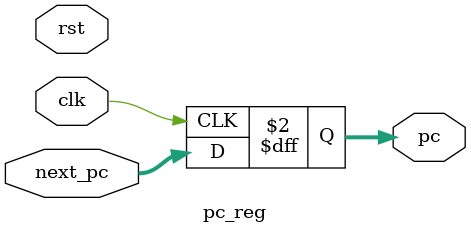
<source format=sv>
module pc_reg #(
  parameter ADDR_WIDTH = 32,
  parameter DATA_WIDTH = 32
)(
  input logic clk,
  input logic rst,
  input logic [ADDR_WIDTH-1:0] next_pc,
  output logic [ADDR_WIDTH-1:0] pc
);

always_ff @(posedge clk) begin
  if (rst) pc <= {ADDR_WIDTH{1'b0}};
  pc <= next_pc;
end

endmodule

</source>
